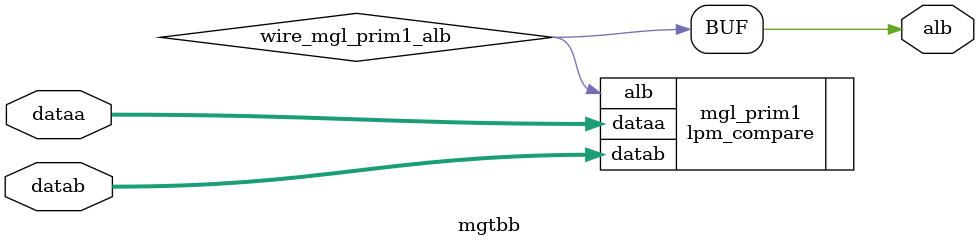
<source format=v>






//synthesis_resources = lpm_compare 1 
//synopsys translate_off
`timescale 1 ps / 1 ps
//synopsys translate_on
module  mgtbb
	( 
	alb,
	dataa,
	datab) /* synthesis synthesis_clearbox=1 */;
	output   alb;
	input   [31:0]  dataa;
	input   [31:0]  datab;

	wire  wire_mgl_prim1_alb;

	lpm_compare   mgl_prim1
	( 
	.alb(wire_mgl_prim1_alb),
	.dataa(dataa),
	.datab(datab));
	defparam
		mgl_prim1.lpm_representation = "UNSIGNED",
		mgl_prim1.lpm_type = "LPM_COMPARE",
		mgl_prim1.lpm_width = 32;
	assign
		alb = wire_mgl_prim1_alb;
endmodule //mgtbb
//VALID FILE

</source>
